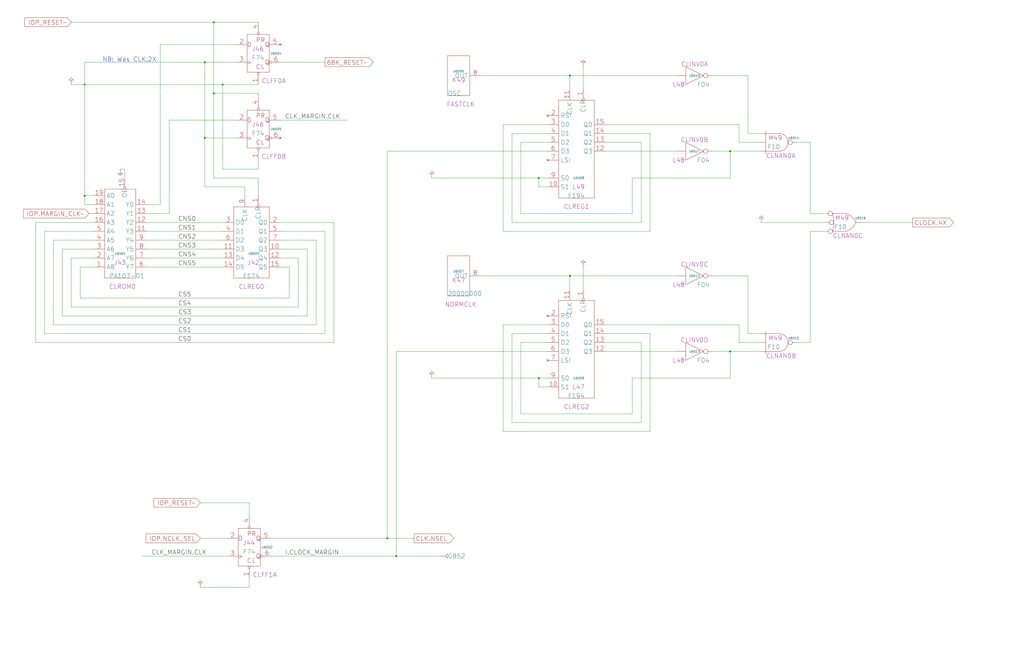
<source format=kicad_sch>
(kicad_sch (version 20211123) (generator eeschema)
  (paper "User" 584.2 378.46)
  (title_block (title "CLOCKS\\n4X CLOCK GENERATION") (date "22-SEP-90") (rev "2.0") (comment 1 "IOC") (comment 2 "232-003061") (comment 3 "S400") (comment 4 "RELEASED"))
  (lib_symbols
    (symbol "r1000:F04" (pin_numbers hide) (pin_names hide)
      (property "Reference" "U" (at 0 0 0))
      (property "Value" "F04" (at 1.27 -5.08 0))
      (property "Location" "___" (at -12.7 -5.08 0))
      (property "Name" "______" (at 0 5.08 0))
      (symbol "F04_0_1"
        (polyline (pts (xy -7.62 0) (xy -5.08 0)) (stroke (width 0.1524)))
        (polyline (pts (xy -5.08 5.08) (xy -5.08 -5.08)) (stroke (width 0.1524)))
        (polyline (pts (xy 5.08 0) (xy -5.08 -5.08)) (stroke (width 0.1524)))
        (polyline (pts (xy 5.08 0) (xy -5.08 5.08)) (stroke (width 0.1524)))
        (circle (center 6.35 0) (radius 1.27) (stroke (width 0.1524)))
      )
      (symbol "F04_1_1"
        (pin input line (at -10.16 0 0) (length 2.54) (name "D") (number "1"))
        (pin output line (at 10.16 0 180) (length 2.54) (name "Q") (number "2"))
      )
    )
    (symbol "r1000:F10" (pin_numbers hide) (pin_names hide)
      (property "Reference" "U" (at 13.335 0 0))
      (property "Value" "F10" (at 5.715 -5.08 0))
      (property "Location" "___" (at -1.27 0 0))
      (property "Name" "______" (at -2.54 -10.16 0))
      (symbol "F10_0_1"
        (polyline (pts (xy -2.54 -7.62) (xy 5.08 -7.62)) (stroke (width 0.1524)))
        (polyline (pts (xy -2.54 2.54) (xy 5.08 2.54)) (stroke (width 0.1524)))
        (polyline (pts (xy -2.54 3.81) (xy -2.54 -8.89)) (stroke (width 0.1524)))
        (arc (start 5.08 -7.62) (mid 10.1282 -2.54) (end 5.08 2.54) (stroke (width 0.1524)))
        (circle (center 11.43 -2.54) (radius 1.27) (stroke (width 0.1524)))
      )
      (symbol "F10_0_2"
        (circle (center -3.81 -7.62) (radius 1.27) (stroke (width 0.1524)))
        (circle (center -3.81 2.54) (radius 1.27) (stroke (width 0.1524)))
        (circle (center -3.175 -2.54) (radius 1.27) (stroke (width 0.1524)))
        (arc (start -2.54 -7.62) (mid -1.8195 -2.54) (end -2.54 2.54) (stroke (width 0.1524)))
        (polyline (pts (xy -4.445 -2.54) (xy -5.08 -2.54)) (stroke (width 0.1524)))
        (polyline (pts (xy -2.54 -7.62) (xy 5.08 -7.62)) (stroke (width 0.1524)))
        (polyline (pts (xy -2.54 2.54) (xy 5.08 2.54)) (stroke (width 0.1524)))
        (polyline (pts (xy 10.795 -2.54) (xy 12.7 -2.54)) (stroke (width 0.1524)))
        (arc (start 5.08 -7.62) (mid 8.4845 -5.6954) (end 10.795 -2.54) (stroke (width 0.1524)))
        (arc (start 10.795 -2.54) (mid 8.4807 0.6111) (end 5.08 2.54) (stroke (width 0.1524)))
      )
      (symbol "F10_1_1"
        (pin input line (at -5.08 2.54 0) (length 2.54) (name "D0") (number "1"))
        (pin input line (at -5.08 -2.54 0) (length 2.54) (name "D1") (number "2"))
        (pin input line (at -5.08 -7.62 0) (length 2.54) (name "D2") (number "3"))
        (pin output line (at 15.24 -2.54 180) (length 2.54) (name "Q") (number "4"))
      )
      (symbol "F10_1_2"
        (pin input line (at -5.08 2.54 0) (length 0) (name "D0") (number "1"))
        (pin input line (at -5.08 -2.54 0) (length 0) (name "D1") (number "2"))
        (pin input line (at -5.08 -7.62 0) (length 0) (name "D2") (number "3"))
        (pin output line (at 15.24 -2.54 180) (length 2.54) (name "Q") (number "4"))
      )
    )
    (symbol "r1000:F174" (pin_names (offset 1.016))
      (property "Reference" "U" (at 2.54 5.08 0))
      (property "Value" "F174" (at -3.81 -7.62 0))
      (property "Location" "___" (at -1.27 0 0))
      (property "Name" "______" (at 1.27 -15.24 0))
      (symbol "F174_1_1"
        (rectangle (start -8.89 31.75) (end 11.43 -8.89))
        (circle (center 5.08 32.385) (radius 0.635))
        (pin input line (at 5.08 38.1 270) (length 5.08) (name "CLR") (number "1"))
        (pin output line (at 17.78 7.62 180) (length 6.35) (name "Q3") (number "10"))
        (pin input line (at -15.24 7.62 0) (length 6.35) (name "D3") (number "11"))
        (pin output line (at 17.78 2.54 180) (length 6.35) (name "Q4") (number "12"))
        (pin input line (at -15.24 2.54 0) (length 6.35) (name "D4") (number "13"))
        (pin input line (at -15.24 -2.54 0) (length 6.35) (name "D5") (number "14"))
        (pin output line (at 17.78 -2.54 180) (length 6.35) (name "Q5") (number "15"))
        (pin output line (at 17.78 22.86 180) (length 6.35) (name "Q0") (number "2"))
        (pin input line (at -15.24 22.86 0) (length 6.35) (name "D0") (number "3"))
        (pin input line (at -15.24 17.78 0) (length 6.35) (name "D1") (number "4"))
        (pin output line (at 17.78 17.78 180) (length 6.35) (name "Q1") (number "5"))
        (pin input line (at -15.24 12.7 0) (length 6.35) (name "D2") (number "6"))
        (pin output line (at 17.78 12.7 180) (length 6.35) (name "Q2") (number "7"))
        (pin input line (at -2.54 38.1 270) (length 6.35) (name "CLK") (number "9"))
      )
    )
    (symbol "r1000:F194" (pin_names (offset 1.016))
      (property "Reference" "U" (at 2.54 5.08 0))
      (property "Value" "F194" (at -3.81 -5.08 0))
      (property "Location" "___" (at -1.27 0 0))
      (property "Name" "______" (at 1.27 -12.7 0))
      (symbol "F194_1_1"
        (rectangle (start -8.89 49.53) (end 11.43 -6.35))
        (circle (center 5.08 50.165) (radius 0.635))
        (pin input line (at 5.08 55.88 270) (length 5.08) (name "CLR") (number "1"))
        (pin input line (at -15.24 0 0) (length 6.35) (name "S1") (number "10"))
        (pin input line (at -2.54 55.88 270) (length 6.35) (name "CLK") (number "11"))
        (pin output line (at 17.78 20.32 180) (length 6.35) (name "Q3") (number "12"))
        (pin output line (at 17.78 25.4 180) (length 6.35) (name "Q2") (number "13"))
        (pin output line (at 17.78 30.48 180) (length 6.35) (name "Q1") (number "14"))
        (pin output line (at 17.78 35.56 180) (length 6.35) (name "Q0") (number "15"))
        (pin input line (at -15.24 40.64 0) (length 6.35) (name "RSI") (number "2"))
        (pin input line (at -15.24 35.56 0) (length 6.35) (name "D0") (number "3"))
        (pin input line (at -15.24 30.48 0) (length 6.35) (name "D1") (number "4"))
        (pin input line (at -15.24 25.4 0) (length 6.35) (name "D2") (number "5"))
        (pin input line (at -15.24 20.32 0) (length 6.35) (name "D3") (number "6"))
        (pin input line (at -15.24 15.24 0) (length 6.35) (name "LSI") (number "7"))
        (pin input line (at -15.24 5.08 0) (length 6.35) (name "S0") (number "9"))
      )
    )
    (symbol "r1000:F74" (pin_names (offset 1.016) hide)
      (property "Reference" "U" (at 12.7 -2.54 0))
      (property "Value" "F74" (at -1.27 -5.08 0))
      (property "Location" "___" (at -1.27 0 0))
      (property "Name" "______" (at 11.43 -19.685 0))
      (symbol "F74_0_1"
        (rectangle (start -3.81 8.255) (end 8.89 -13.335) (stroke (width 0.1524)))
        (polyline (pts (xy 2.54 -15.24) (xy 2.54 -14.605)) (stroke (width 0.1524)))
        (polyline (pts (xy 2.54 10.16) (xy 2.54 9.525)) (stroke (width 0.1524)))
      )
      (symbol "F74_1_1"
        (circle (center 2.54 -13.97) (radius 0.635))
        (circle (center 2.54 8.89) (radius 0.635))
        (circle (center 9.525 -7.62) (radius 0.635))
        (text ">" (at -2.54 -7.62 0) (effects (font (size 2.54 2.54))))
        (text "C" (at 2.54 -10.16 0) (effects (font (size 2.54 2.54))))
        (text "D" (at -2.54 2.54 0) (effects (font (size 2.54 2.54))))
        (text "L" (at 5.08 -10.16 0) (effects (font (size 2.54 2.54))))
        (text "P" (at 2.54 5.08 0) (effects (font (size 2.54 2.54))))
        (text "Q" (at 7.62 -7.62 0) (effects (font (size 2.54 2.54))))
        (text "Q" (at 7.62 2.54 0) (effects (font (size 2.54 2.54))))
        (text "R" (at 5.08 5.08 0) (effects (font (size 2.54 2.54))))
        (pin input line (at 2.54 -20.32 90) (length 5.08) (name "CL_") (number "1"))
        (pin input line (at -10.16 2.54 0) (length 6.35) (name "D") (number "2"))
        (pin input line (at -10.16 -7.62 0) (length 6.35) (name "CLK") (number "3"))
        (pin input line (at 2.54 15.24 270) (length 5.08) (name "PR_") (number "4"))
        (pin output line (at 15.24 2.54 180) (length 6.35) (name "Q") (number "5"))
        (pin output line (at 15.24 -7.62 180) (length 5.08) (name "Q_") (number "6"))
      )
    )
    (symbol "r1000:GB" (pin_numbers hide) (pin_names (offset 0) hide)
      (property "Reference" "GB" (at 3.81 0 0))
      (symbol "GB_0_1"
        (polyline (pts (xy 2.54 0) (xy 3.81 1.27) (xy 3.81 -1.27) (xy 2.54 0)) (stroke (width 0.1524)))
      )
      (symbol "GB_1_1"
        (pin bidirectional line (at 0 0 0) (length 2.54) (name "") (number "1"))
      )
    )
    (symbol "r1000:OSC" (pin_names (offset 1.016))
      (property "Reference" "U" (at 2.54 5.08 0))
      (property "Value" "OSC" (at -3.81 -7.62 0))
      (property "Location" "___" (at -1.27 0 0))
      (property "Name" "______" (at 3.81 -15.24 0))
      (symbol "OSC_1_1"
        (rectangle (start -3.81 13.97) (end 8.89 -8.89))
        (pin output line (at 15.24 2.54 180) (length 6.35) (name "OUT") (number "8"))
      )
    )
    (symbol "r1000:PAxxx" (pin_names (offset 1.016))
      (property "Reference" "U" (at 2.54 5.08 0))
      (property "Value" "PAxxx" (at -3.81 -7.62 0))
      (property "Location" "___" (at -1.27 0 0))
      (property "Name" "______" (at 3.81 -15.24 0))
      (symbol "PAxxx_1_1"
        (rectangle (start -6.35 41.91) (end 11.43 -8.89))
        (circle (center 5.08 42.545) (radius 0.635))
        (pin input line (at -12.7 -2.54 0) (length 6.35) (name "A8") (number "1"))
        (pin tri_state line (at 17.78 17.78 180) (length 6.35) (name "Y3") (number "11"))
        (pin tri_state line (at 17.78 22.86 180) (length 6.35) (name "Y2") (number "12"))
        (pin tri_state line (at 17.78 27.94 180) (length 6.35) (name "Y1") (number "13"))
        (pin tri_state line (at 17.78 33.02 180) (length 6.35) (name "Y0") (number "14"))
        (pin input line (at 5.08 48.26 270) (length 5.08) (name "OE") (number "15"))
        (pin input line (at -12.7 22.86 0) (length 6.35) (name "A3") (number "16"))
        (pin input line (at -12.7 27.94 0) (length 6.35) (name "A2") (number "17"))
        (pin input line (at -12.7 33.02 0) (length 6.35) (name "A1") (number "18"))
        (pin input line (at -12.7 38.1 0) (length 6.35) (name "A0") (number "19"))
        (pin input line (at -12.7 2.54 0) (length 6.35) (name "A7") (number "2"))
        (pin input line (at -12.7 7.62 0) (length 6.35) (name "A6") (number "3"))
        (pin input line (at -12.7 12.7 0) (length 6.35) (name "A5") (number "4"))
        (pin input line (at -12.7 17.78 0) (length 6.35) (name "A4") (number "5"))
        (pin tri_state line (at 17.78 -2.54 180) (length 6.35) (name "Y7") (number "6"))
        (pin tri_state line (at 17.78 2.54 180) (length 6.35) (name "Y6") (number "7"))
        (pin tri_state line (at 17.78 7.62 180) (length 6.35) (name "Y5") (number "8"))
        (pin tri_state line (at 17.78 12.7 180) (length 6.35) (name "Y4") (number "9"))
      )
    )
    (symbol "r1000:PD" (power) (pin_numbers hide) (pin_names hide) (in_bom no)
      (symbol "PD_0_1"
        (polyline (pts (xy 0 -2.54) (xy 1.27 -2.54) (xy 0 -3.81) (xy -1.27 -2.54) (xy 0 -2.54)) (stroke (width 0.1524)))
      )
      (symbol "PD_1_1"
        (pin power_in line (at 0 0 270) (length 2.54) (name "PD") (number "1"))
      )
    )
    (symbol "r1000:PU" (power) (pin_numbers hide) (pin_names hide)
      (symbol "PU_0_1"
        (polyline (pts (xy 0 2.54) (xy -1.27 2.54) (xy 0 3.81) (xy 1.27 2.54) (xy 0 2.54)) (stroke (width 0.1524)))
      )
      (symbol "PU_1_1"
        (pin power_in line (at 0 0 90) (length 2.54) (name "PU") (number "1"))
      )
    )
  )
  (wire (pts (xy 114.3 287.02) (xy 142.24 287.02)))
  (wire (pts (xy 114.3 307.34) (xy 129.54 307.34)))
  (wire (pts (xy 114.3 335.28) (xy 142.24 335.28)))
  (wire (pts (xy 116.84 106.68) (xy 139.7 106.68)))
  (wire (pts (xy 116.84 35.56) (xy 116.84 78.74)))
  (wire (pts (xy 116.84 35.56) (xy 134.62 35.56)))
  (wire (pts (xy 116.84 78.74) (xy 116.84 106.68)))
  (wire (pts (xy 116.84 78.74) (xy 134.62 78.74)))
  (wire (pts (xy 121.92 101.6) (xy 147.32 101.6)))
  (wire (pts (xy 121.92 12.7) (xy 121.92 53.34)))
  (wire (pts (xy 121.92 12.7) (xy 147.32 12.7)))
  (wire (pts (xy 121.92 53.34) (xy 121.92 101.6)))
  (wire (pts (xy 121.92 53.34) (xy 147.32 53.34)))
  (wire (pts (xy 127 48.26) (xy 127 96.52)))
  (wire (pts (xy 127 48.26) (xy 147.32 48.26)))
  (wire (pts (xy 127 96.52) (xy 147.32 96.52)))
  (wire (pts (xy 134.62 25.4) (xy 91.44 25.4)))
  (wire (pts (xy 134.62 68.58) (xy 96.52 68.58)))
  (wire (pts (xy 139.7 106.68) (xy 139.7 111.76)))
  (wire (pts (xy 142.24 294.64) (xy 142.24 287.02)))
  (wire (pts (xy 142.24 330.2) (xy 142.24 335.28)))
  (wire (pts (xy 147.32 101.6) (xy 147.32 111.76)))
  (wire (pts (xy 147.32 53.34) (xy 147.32 55.88)))
  (wire (pts (xy 147.32 96.52) (xy 147.32 91.44)))
  (wire (pts (xy 154.94 307.34) (xy 220.98 307.34)))
  (wire (pts (xy 154.94 317.5) (xy 226.06 317.5)))
  (wire (pts (xy 160.02 127) (xy 190.5 127)))
  (wire (pts (xy 160.02 132.08) (xy 185.42 132.08)))
  (wire (pts (xy 160.02 142.24) (xy 175.26 142.24)))
  (wire (pts (xy 160.02 152.4) (xy 165.1 152.4)))
  (wire (pts (xy 160.02 35.56) (xy 185.42 35.56)))
  (wire (pts (xy 160.02 68.58) (xy 198.12 68.58)))
  (wire (pts (xy 165.1 152.4) (xy 165.1 170.18)))
  (wire (pts (xy 165.1 170.18) (xy 45.72 170.18)))
  (wire (pts (xy 170.18 147.32) (xy 160.02 147.32)))
  (wire (pts (xy 170.18 175.26) (xy 170.18 147.32)))
  (wire (pts (xy 175.26 142.24) (xy 175.26 180.34)))
  (wire (pts (xy 175.26 180.34) (xy 35.56 180.34)))
  (wire (pts (xy 180.34 137.16) (xy 160.02 137.16)))
  (wire (pts (xy 180.34 185.42) (xy 180.34 137.16)))
  (wire (pts (xy 185.42 132.08) (xy 185.42 190.5)))
  (wire (pts (xy 185.42 190.5) (xy 25.4 190.5)))
  (wire (pts (xy 190.5 195.58) (xy 190.5 127)))
  (wire (pts (xy 20.32 127) (xy 20.32 195.58)))
  (wire (pts (xy 20.32 195.58) (xy 190.5 195.58)))
  (wire (pts (xy 220.98 307.34) (xy 220.98 86.36)))
  (wire (pts (xy 220.98 307.34) (xy 236.22 307.34)))
  (wire (pts (xy 220.98 86.36) (xy 312.42 86.36)))
  (wire (pts (xy 226.06 200.66) (xy 312.42 200.66)))
  (wire (pts (xy 226.06 317.5) (xy 226.06 200.66)))
  (wire (pts (xy 226.06 317.5) (xy 251.46 317.5)))
  (wire (pts (xy 246.38 101.6) (xy 307.34 101.6)))
  (wire (pts (xy 246.38 215.9) (xy 307.34 215.9)))
  (wire (pts (xy 25.4 132.08) (xy 53.34 132.08)))
  (wire (pts (xy 25.4 190.5) (xy 25.4 132.08)))
  (wire (pts (xy 274.32 157.48) (xy 325.12 157.48)))
  (wire (pts (xy 274.32 43.18) (xy 325.12 43.18)))
  (wire (pts (xy 287.02 132.08) (xy 287.02 71.12)))
  (wire (pts (xy 287.02 185.42) (xy 312.42 185.42)))
  (wire (pts (xy 287.02 246.38) (xy 287.02 185.42)))
  (wire (pts (xy 287.02 71.12) (xy 312.42 71.12)))
  (wire (pts (xy 292.1 127) (xy 365.76 127)))
  (wire (pts (xy 292.1 190.5) (xy 312.42 190.5)))
  (wire (pts (xy 292.1 241.3) (xy 292.1 190.5)))
  (wire (pts (xy 292.1 76.2) (xy 292.1 127)))
  (wire (pts (xy 297.18 121.92) (xy 297.18 81.28)))
  (wire (pts (xy 297.18 195.58) (xy 297.18 236.22)))
  (wire (pts (xy 297.18 236.22) (xy 360.68 236.22)))
  (wire (pts (xy 297.18 81.28) (xy 312.42 81.28)))
  (wire (pts (xy 30.48 137.16) (xy 30.48 185.42)))
  (wire (pts (xy 30.48 185.42) (xy 180.34 185.42)))
  (wire (pts (xy 307.34 101.6) (xy 307.34 106.68)))
  (wire (pts (xy 307.34 101.6) (xy 312.42 101.6)))
  (wire (pts (xy 307.34 215.9) (xy 307.34 220.98)))
  (wire (pts (xy 307.34 215.9) (xy 312.42 215.9)))
  (wire (pts (xy 307.34 220.98) (xy 312.42 220.98)))
  (wire (pts (xy 312.42 106.68) (xy 307.34 106.68)))
  (wire (pts (xy 312.42 195.58) (xy 297.18 195.58)))
  (wire (pts (xy 312.42 76.2) (xy 292.1 76.2)))
  (wire (pts (xy 325.12 157.48) (xy 325.12 165.1)))
  (wire (pts (xy 325.12 157.48) (xy 386.08 157.48)))
  (wire (pts (xy 325.12 43.18) (xy 325.12 50.8)))
  (wire (pts (xy 325.12 43.18) (xy 386.08 43.18)))
  (wire (pts (xy 332.74 152.4) (xy 332.74 165.1)))
  (wire (pts (xy 332.74 38.1) (xy 332.74 50.8)))
  (wire (pts (xy 345.44 185.42) (xy 421.64 185.42)))
  (wire (pts (xy 345.44 190.5) (xy 370.84 190.5)))
  (wire (pts (xy 345.44 195.58) (xy 365.76 195.58)))
  (wire (pts (xy 345.44 200.66) (xy 386.08 200.66)))
  (wire (pts (xy 345.44 71.12) (xy 421.64 71.12)))
  (wire (pts (xy 345.44 76.2) (xy 370.84 76.2)))
  (wire (pts (xy 345.44 86.36) (xy 386.08 86.36)))
  (wire (pts (xy 35.56 142.24) (xy 53.34 142.24)))
  (wire (pts (xy 35.56 180.34) (xy 35.56 142.24)))
  (wire (pts (xy 360.68 101.6) (xy 360.68 121.92)))
  (wire (pts (xy 360.68 121.92) (xy 297.18 121.92)))
  (wire (pts (xy 360.68 215.9) (xy 416.56 215.9)))
  (wire (pts (xy 360.68 236.22) (xy 360.68 215.9)))
  (wire (pts (xy 365.76 127) (xy 365.76 81.28)))
  (wire (pts (xy 365.76 195.58) (xy 365.76 241.3)))
  (wire (pts (xy 365.76 241.3) (xy 292.1 241.3)))
  (wire (pts (xy 365.76 81.28) (xy 345.44 81.28)))
  (wire (pts (xy 370.84 132.08) (xy 287.02 132.08)))
  (wire (pts (xy 370.84 190.5) (xy 370.84 246.38)))
  (wire (pts (xy 370.84 246.38) (xy 287.02 246.38)))
  (wire (pts (xy 370.84 76.2) (xy 370.84 132.08)))
  (wire (pts (xy 40.64 12.7) (xy 121.92 12.7)))
  (wire (pts (xy 40.64 147.32) (xy 40.64 175.26)))
  (wire (pts (xy 40.64 175.26) (xy 170.18 175.26)))
  (wire (pts (xy 40.64 48.26) (xy 48.26 48.26)))
  (wire (pts (xy 406.4 157.48) (xy 426.72 157.48)))
  (wire (pts (xy 406.4 200.66) (xy 416.56 200.66)))
  (wire (pts (xy 406.4 43.18) (xy 426.72 43.18)))
  (wire (pts (xy 406.4 86.36) (xy 416.56 86.36)))
  (wire (pts (xy 416.56 101.6) (xy 360.68 101.6)))
  (wire (pts (xy 416.56 200.66) (xy 434.34 200.66)))
  (wire (pts (xy 416.56 215.9) (xy 416.56 200.66)))
  (wire (pts (xy 416.56 86.36) (xy 416.56 101.6)))
  (wire (pts (xy 416.56 86.36) (xy 434.34 86.36)))
  (wire (pts (xy 421.64 185.42) (xy 421.64 195.58)))
  (wire (pts (xy 421.64 195.58) (xy 434.34 195.58)))
  (wire (pts (xy 421.64 71.12) (xy 421.64 81.28)))
  (wire (pts (xy 421.64 81.28) (xy 434.34 81.28)))
  (wire (pts (xy 426.72 157.48) (xy 426.72 190.5)))
  (wire (pts (xy 426.72 190.5) (xy 434.34 190.5)))
  (wire (pts (xy 426.72 43.18) (xy 426.72 76.2)))
  (wire (pts (xy 426.72 76.2) (xy 434.34 76.2)))
  (wire (pts (xy 434.34 127) (xy 472.44 127)))
  (wire (pts (xy 45.72 152.4) (xy 53.34 152.4)))
  (wire (pts (xy 45.72 170.18) (xy 45.72 152.4)))
  (wire (pts (xy 454.66 195.58) (xy 462.28 195.58)))
  (wire (pts (xy 454.66 81.28) (xy 462.28 81.28)))
  (wire (pts (xy 462.28 121.92) (xy 472.44 121.92)))
  (wire (pts (xy 462.28 132.08) (xy 472.44 132.08)))
  (wire (pts (xy 462.28 195.58) (xy 462.28 132.08)))
  (wire (pts (xy 462.28 81.28) (xy 462.28 121.92)))
  (wire (pts (xy 48.26 111.76) (xy 48.26 116.84)))
  (wire (pts (xy 48.26 111.76) (xy 53.34 111.76)))
  (wire (pts (xy 48.26 116.84) (xy 53.34 116.84)))
  (wire (pts (xy 48.26 35.56) (xy 116.84 35.56)))
  (wire (pts (xy 48.26 35.56) (xy 48.26 48.26)))
  (wire (pts (xy 48.26 48.26) (xy 127 48.26)))
  (wire (pts (xy 48.26 48.26) (xy 48.26 111.76)))
  (wire (pts (xy 492.76 127) (xy 520.7 127)))
  (wire (pts (xy 50.8 121.92) (xy 53.34 121.92)))
  (wire (pts (xy 53.34 127) (xy 20.32 127)))
  (wire (pts (xy 53.34 137.16) (xy 30.48 137.16)))
  (wire (pts (xy 53.34 147.32) (xy 40.64 147.32)))
  (wire (pts (xy 68.58 96.52) (xy 71.12 96.52)))
  (wire (pts (xy 71.12 96.52) (xy 71.12 101.6)))
  (wire (pts (xy 81.28 317.5) (xy 129.54 317.5)))
  (wire (pts (xy 83.82 121.92) (xy 96.52 121.92)))
  (wire (pts (xy 83.82 127) (xy 127 127)))
  (wire (pts (xy 83.82 132.08) (xy 127 132.08)))
  (wire (pts (xy 83.82 137.16) (xy 127 137.16)))
  (wire (pts (xy 83.82 142.24) (xy 127 142.24)))
  (wire (pts (xy 83.82 147.32) (xy 127 147.32)))
  (wire (pts (xy 83.82 152.4) (xy 127 152.4)))
  (wire (pts (xy 91.44 116.84) (xy 83.82 116.84)))
  (wire (pts (xy 91.44 25.4) (xy 91.44 116.84)))
  (wire (pts (xy 96.52 68.58) (xy 96.52 121.92)))
  (global_label "IOP_RESET~" (shape input) (at 40.64 12.7 180) (effects (font (size 2.54 2.54))) (property "Intersheet References" "${INTERSHEET_REFS}" (at 14.1635 12.5413 0) (effects (font (size 2.54 2.54)) (justify right))))
  (symbol (lib_id "r1000:PU") (at 40.64 48.26 0) (unit 1)
    (property "Reference" "#PWR0120" (effects hide))
    (property "Value" "PU" (effects hide))
  )
  (junction (at 48.26 48.26))
  (junction (at 48.26 111.76))
  (global_label "IOP.MARGIN_CLK~" (shape input) (at 50.8 121.92 180) (effects (font (size 2.54 2.54))) (property "Intersheet References" "${INTERSHEET_REFS}" (at 13.4378 121.7613 0) (effects (font (size 2.54 2.54)) (justify right))))
  (text "NB: Was CLK.2X" (at 58.42 35.56 0) (effects (font (size 2.54 2.54)) (justify left bottom)))
  (symbol (lib_id "r1000:PAxxx") (at 66.04 149.86 0) (unit 1)
    (property "Reference" "U6501" (at 68.58 144.78 0))
    (property "Value" "PA107-01" (at 62.23 157.48 0) (effects (font (size 2.54 2.54)) (justify left)))
    (property "Location" "J43" (at 64.77 149.86 0) (effects (font (size 2.54 2.54)) (justify left)))
    (property "Name" "CLROM0" (at 69.85 165.1 0) (effects (font (size 2.54 2.54)) (justify bottom)))
  )
  (symbol (lib_id "r1000:PD") (at 68.58 96.52 0) (unit 1) (in_bom no)
    (property "Reference" "#PWR0172" (effects hide))
    (property "Value" "PD" (effects hide))
  )
  (label "CLK_MARGIN.CLK" (at 86.36 317.5 0) (effects (font (size 2.54 2.54))))
  (label "CNS0" (at 101.6 127 0) (effects (font (size 2.54 2.54))))
  (label "CNS1" (at 101.6 132.08 0) (effects (font (size 2.54 2.54))))
  (label "CNS2" (at 101.6 137.16 0) (effects (font (size 2.54 2.54))))
  (label "CNS3" (at 101.6 142.24 0) (effects (font (size 2.54 2.54))))
  (label "CNS4" (at 101.6 147.32 0) (effects (font (size 2.54 2.54))))
  (label "CNS5" (at 101.6 152.4 0) (effects (font (size 2.54 2.54))))
  (label "CS5" (at 101.6 170.18 0) (effects (font (size 2.54 2.54))))
  (label "CS4" (at 101.6 175.26 0) (effects (font (size 2.54 2.54))))
  (label "CS3" (at 101.6 180.34 0) (effects (font (size 2.54 2.54))))
  (label "CS2" (at 101.6 185.42 0) (effects (font (size 2.54 2.54))))
  (label "CS1" (at 101.6 190.5 0) (effects (font (size 2.54 2.54))))
  (label "CS0" (at 101.6 195.58 0) (effects (font (size 2.54 2.54))))
  (global_label "IOP_RESET~" (shape input) (at 114.3 287.02 180) (effects (font (size 2.54 2.54))) (property "Intersheet References" "${INTERSHEET_REFS}" (at 87.8235 286.8613 0) (effects (font (size 2.54 2.54)) (justify right))))
  (global_label "IOP.NCLK_SEL" (shape input) (at 114.3 307.34 180) (effects (font (size 2.54 2.54))) (property "Intersheet References" "${INTERSHEET_REFS}" (at 83.3483 307.1813 0) (effects (font (size 2.54 2.54)) (justify right))))
  (symbol (lib_id "r1000:PU") (at 114.3 335.28 0) (unit 1)
    (property "Reference" "#PWR0125" (effects hide))
    (property "Value" "PU" (effects hide))
  )
  (junction (at 116.84 35.56))
  (junction (at 116.84 78.74))
  (junction (at 121.92 12.7))
  (junction (at 121.92 53.34))
  (junction (at 127 48.26))
  (symbol (lib_id "r1000:F74") (at 139.7 309.88 0) (unit 1)
    (property "Reference" "U6502" (at 152.4 312.42 0))
    (property "Value" "F74" (at 138.43 314.96 0) (effects (font (size 2.54 2.54)) (justify left)))
    (property "Location" "J44" (at 138.43 309.88 0) (effects (font (size 2.54 2.54)) (justify left)))
    (property "Name" "CLFF1A" (at 151.13 329.565 0) (effects (font (size 2.54 2.54)) (justify bottom)))
  )
  (symbol (lib_id "r1000:F174") (at 142.24 149.86 0) (unit 1)
    (property "Reference" "U6503" (at 144.78 144.78 0))
    (property "Value" "F174" (at 138.43 157.48 0) (effects (font (size 2.54 2.54)) (justify left)))
    (property "Location" "J42" (at 140.97 149.86 0) (effects (font (size 2.54 2.54)) (justify left)))
    (property "Name" "CLREG0" (at 143.51 165.1 0) (effects (font (size 2.54 2.54)) (justify bottom)))
  )
  (symbol (lib_id "r1000:F74") (at 144.78 27.94 0) (unit 1)
    (property "Reference" "U6504" (at 157.48 30.48 0))
    (property "Value" "F74" (at 143.51 33.02 0) (effects (font (size 2.54 2.54)) (justify left)))
    (property "Location" "J46" (at 143.51 27.94 0) (effects (font (size 2.54 2.54)) (justify left)))
    (property "Name" "CLFF0A" (at 156.21 47.625 0) (effects (font (size 2.54 2.54)) (justify bottom)))
  )
  (symbol (lib_id "r1000:F74") (at 144.78 71.12 0) (unit 1)
    (property "Reference" "U6505" (at 157.48 73.66 0))
    (property "Value" "F74" (at 143.51 76.2 0) (effects (font (size 2.54 2.54)) (justify left)))
    (property "Location" "J46" (at 143.51 71.12 0) (effects (font (size 2.54 2.54)) (justify left)))
    (property "Name" "CLFF0B" (at 156.21 90.805 0) (effects (font (size 2.54 2.54)) (justify bottom)))
  )
  (no_connect (at 160.02 25.4))
  (no_connect (at 160.02 78.74))
  (label "CLK_MARGIN.CLK" (at 162.56 68.58 0) (effects (font (size 2.54 2.54))))
  (label "I.CLOCK_MARGIN" (at 162.56 317.5 0) (effects (font (size 2.54 2.54))))
  (global_label "68K_RESET~" (shape output) (at 185.42 35.56 0) (effects (font (size 2.54 2.54))) (property "Intersheet References" "${INTERSHEET_REFS}" (at 213.2451 35.4013 0) (effects (font (size 2.54 2.54)) (justify left))))
  (junction (at 220.98 307.34))
  (junction (at 226.06 317.5))
  (global_label "CLK.NSEL" (shape output) (at 236.22 307.34 0) (effects (font (size 2.54 2.54))) (property "Intersheet References" "${INTERSHEET_REFS}" (at 259.207 307.1813 0) (effects (font (size 2.54 2.54)) (justify left))))
  (symbol (lib_id "r1000:PU") (at 246.38 101.6 0) (unit 1)
    (property "Reference" "#PWR0121" (effects hide))
    (property "Value" "PU" (effects hide))
  )
  (symbol (lib_id "r1000:PU") (at 246.38 215.9 0) (unit 1)
    (property "Reference" "#PWR0122" (effects hide))
    (property "Value" "PU" (effects hide))
  )
  (symbol (lib_id "r1000:GB") (at 251.46 317.5 0) (unit 1)
    (property "Reference" "GB52" (at 255.27 317.5 0) (effects (font (size 2.54 2.54)) (justify left)))
    (property "Value" "GB" (effects hide))
  )
  (symbol (lib_id "r1000:OSC") (at 259.08 45.72 0) (unit 1)
    (property "Reference" "U6506" (at 261.62 40.64 0))
    (property "Value" "OSC" (at 255.27 53.34 0) (effects (font (size 2.54 2.54)) (justify left)))
    (property "Location" "K49" (at 257.81 45.72 0) (effects (font (size 2.54 2.54)) (justify left)))
    (property "Name" "FASTCLK" (at 262.89 60.96 0) (effects (font (size 2.54 2.54)) (justify bottom)))
  )
  (symbol (lib_id "r1000:OSC") (at 259.08 160.02 0) (unit 1)
    (property "Reference" "U6507" (at 261.62 154.94 0))
    (property "Value" "20000000" (at 255.27 167.64 0) (effects (font (size 2.54 2.54)) (justify left)))
    (property "Location" "K47" (at 257.81 160.02 0) (effects (font (size 2.54 2.54)) (justify left)))
    (property "Name" "NORMCLK" (at 262.89 175.26 0) (effects (font (size 2.54 2.54)) (justify bottom)))
  )
  (junction (at 307.34 101.6))
  (junction (at 307.34 215.9))
  (no_connect (at 312.42 66.04))
  (no_connect (at 312.42 91.44))
  (no_connect (at 312.42 180.34))
  (no_connect (at 312.42 205.74))
  (junction (at 325.12 43.18))
  (junction (at 325.12 157.48))
  (symbol (lib_id "r1000:F194") (at 327.66 106.68 0) (unit 1)
    (property "Reference" "U6508" (at 330.2 101.6 0))
    (property "Value" "F194" (at 323.85 111.76 0) (effects (font (size 2.54 2.54)) (justify left)))
    (property "Location" "L49" (at 326.39 106.68 0) (effects (font (size 2.54 2.54)) (justify left)))
    (property "Name" "CLREG1" (at 328.93 119.38 0) (effects (font (size 2.54 2.54)) (justify bottom)))
  )
  (symbol (lib_id "r1000:F194") (at 327.66 220.98 0) (unit 1)
    (property "Reference" "U6509" (at 330.2 215.9 0))
    (property "Value" "F194" (at 323.85 226.06 0) (effects (font (size 2.54 2.54)) (justify left)))
    (property "Location" "L47" (at 326.39 220.98 0) (effects (font (size 2.54 2.54)) (justify left)))
    (property "Name" "CLREG2" (at 328.93 233.68 0) (effects (font (size 2.54 2.54)) (justify bottom)))
  )
  (symbol (lib_id "r1000:PU") (at 332.74 38.1 0) (unit 1)
    (property "Reference" "#PWR06501" (effects hide))
    (property "Value" "PU" (effects hide))
  )
  (symbol (lib_id "r1000:PU") (at 332.74 152.4 0) (unit 1)
    (property "Reference" "#PWR0118" (effects hide))
    (property "Value" "PU" (effects hide))
  )
  (symbol (lib_id "r1000:F04") (at 396.24 43.18 0) (unit 1)
    (property "Reference" "U6510" (at 396.24 43.18 0))
    (property "Value" "F04" (at 397.51 48.26 0) (effects (font (size 2.54 2.54)) (justify left)))
    (property "Location" "L48" (at 383.54 48.26 0) (effects (font (size 2.54 2.54)) (justify left)))
    (property "Name" "CLINV0A" (at 396.24 38.1 0) (effects (font (size 2.54 2.54)) (justify bottom)))
  )
  (symbol (lib_id "r1000:F04") (at 396.24 86.36 0) (unit 1)
    (property "Reference" "U6511" (at 396.24 86.36 0))
    (property "Value" "F04" (at 397.51 91.44 0) (effects (font (size 2.54 2.54)) (justify left)))
    (property "Location" "L48" (at 383.54 91.44 0) (effects (font (size 2.54 2.54)) (justify left)))
    (property "Name" "CLINV0B" (at 396.24 81.28 0) (effects (font (size 2.54 2.54)) (justify bottom)))
  )
  (symbol (lib_id "r1000:F04") (at 396.24 157.48 0) (unit 1)
    (property "Reference" "U6512" (at 396.24 157.48 0))
    (property "Value" "F04" (at 397.51 162.56 0) (effects (font (size 2.54 2.54)) (justify left)))
    (property "Location" "L48" (at 383.54 162.56 0) (effects (font (size 2.54 2.54)) (justify left)))
    (property "Name" "CLINV0C" (at 396.24 152.4 0) (effects (font (size 2.54 2.54)) (justify bottom)))
  )
  (symbol (lib_id "r1000:F04") (at 396.24 200.66 0) (unit 1)
    (property "Reference" "U6513" (at 396.24 200.66 0))
    (property "Value" "F04" (at 397.51 205.74 0) (effects (font (size 2.54 2.54)) (justify left)))
    (property "Location" "L48" (at 383.54 205.74 0) (effects (font (size 2.54 2.54)) (justify left)))
    (property "Name" "CLINV0D" (at 396.24 195.58 0) (effects (font (size 2.54 2.54)) (justify bottom)))
  )
  (junction (at 416.56 86.36))
  (junction (at 416.56 200.66))
  (symbol (lib_id "r1000:PU") (at 434.34 127 0) (unit 1)
    (property "Reference" "#PWR0124" (effects hide))
    (property "Value" "PU" (effects hide))
  )
  (symbol (lib_id "r1000:F10") (at 439.42 78.74 0) (unit 1)
    (property "Reference" "U6514" (at 452.755 78.74 0))
    (property "Value" "F10" (at 445.135 83.82 0) (effects (font (size 2.54 2.54)) (justify right)))
    (property "Location" "M49" (at 438.15 78.74 0) (effects (font (size 2.54 2.54)) (justify left)))
    (property "Name" "CLNAN0A" (at 436.88 88.9 0) (effects (font (size 2.54 2.54)) (justify left)))
  )
  (symbol (lib_id "r1000:F10") (at 439.42 193.04 0) (unit 1)
    (property "Reference" "U6515" (at 452.755 193.04 0))
    (property "Value" "F10" (at 445.135 198.12 0) (effects (font (size 2.54 2.54)) (justify right)))
    (property "Location" "M49" (at 438.15 193.04 0) (effects (font (size 2.54 2.54)) (justify left)))
    (property "Name" "CLNAN0B" (at 436.88 203.2 0) (effects (font (size 2.54 2.54)) (justify left)))
  )
  (symbol (lib_id "r1000:F10") (at 477.52 124.46 0) (unit 1) (convert 2)
    (property "Reference" "U6516" (at 490.855 124.46 0))
    (property "Value" "F10" (at 483.235 129.54 0) (effects (font (size 2.54 2.54)) (justify right)))
    (property "Location" "M49" (at 476.25 124.46 0) (effects (font (size 2.54 2.54)) (justify left)))
    (property "Name" "CLNAN0C" (at 474.98 134.62 0) (effects (font (size 2.54 2.54)) (justify left)))
  )
  (global_label "CLOCK.4X" (shape output) (at 520.7 127 0) (effects (font (size 2.54 2.54))) (property "Intersheet References" "${INTERSHEET_REFS}" (at 543.9108 126.8413 0) (effects (font (size 2.54 2.54)) (justify left))))
)
</source>
